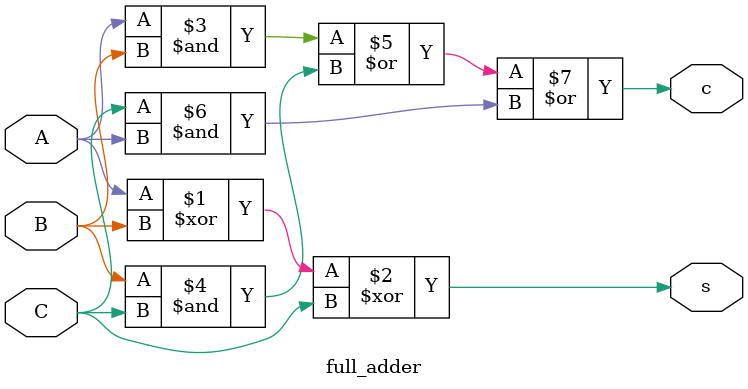
<source format=v>
module full_adder(A,B,C,s,c);

input A,B,C;
output s,c;

assign s = A ^ B ^ C;
assign c = (A&B) | (B&C) | (C&A);

endmodule
</source>
